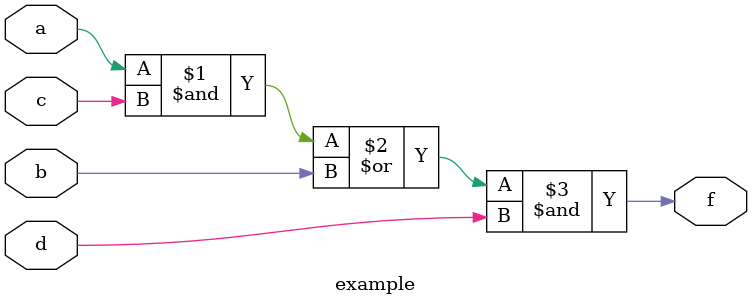
<source format=v>
module example (
    a, b, c, d,
    f );
  input  a, b, c, d;
  output f;
  assign f = ((a & c) | b) & d;
endmodule



</source>
